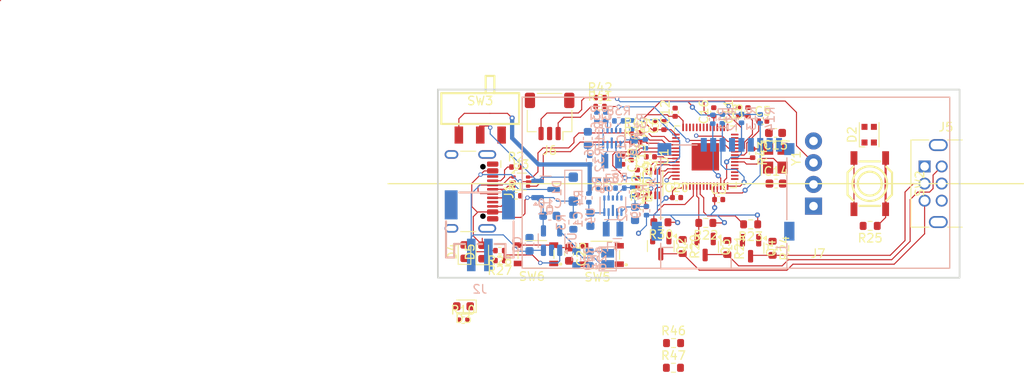
<source format=kicad_pcb>
(kicad_pcb (version 20240108) (generator "pcbnew") (generator_version "8.0")
  (layers (0 "F.Cu" signal) (1 "In1.Cu" signal) (2 "In2.Cu" signal) (31 "B.Cu" signal) (34 "B.Paste" user) (35 "F.Paste" user) (36 "B.SilkS" user "B.Silkscreen") (37 "F.SilkS" user "F.Silkscreen") (38 "B.Mask" user) (39 "F.Mask" user) (44 "Edge.Cuts" user))
  (net 0 "")
  (net 1 "GND")
  (net 2 "Net-(U4-EN)")
  (net 3 "Net-(U4-VOUT)")
  (net 5 "+3V3")
  (net 6 "Net-(U1-XIN)")
  (net 7 "Net-(C15-Pad2)")
  (net 8 "Net-(U6-EN)")
  (net 9 "Net-(U6-VOUT)")
  (net 10 "+1V1")
  (net 11 "/RUN")
  (net 12 "VBUS")
  (net 13 "Net-(D1-K)")
  (net 14 "+BATT")
  (net 15 "Net-(D3-A)")
  (net 16 "Net-(D4-A)")
  (net 17 "Net-(D5-K)")
  (net 19 "/USB_D_RAW_P")
  (net 21 "/USB_D_RAW_N")
  (net 22 "Net-(J1-CC1)")
  (net 23 "Net-(J1-CC2)")
  (net 24 "/SPI_1_MOSI")
  (net 25 "/SPI_1_MISO")
  (net 26 "/SD_DET")
  (net 27 "/SPI_1_CS")
  (net 30 "/SPI_1_SCK")
  (net 32 "/GB_SO")
  (net 33 "/GB_SC")
  (net 35 "/GB_SI")
  (net 36 "/MCU_SWD")
  (net 37 "/MCU_SWCLK")
  (net 38 "/OLED_SDA")
  (net 39 "/OLED_SCL")
  (net 40 "Net-(JP2-B)")
  (net 41 "Net-(JP2-A)")
  (net 42 "Net-(U4-L2)")
  (net 43 "Net-(U4-L1)")
  (net 44 "Net-(U6-L2)")
  (net 45 "Net-(U6-L1)")
  (net 46 "/GB_SCK")
  (net 47 "/GB_MISO")
  (net 48 "/GB_MOSI")
  (net 49 "Net-(U4-MODE)")
  (net 50 "Net-(U4-FB)")
  (net 51 "+5V")
  (net 52 "/PUSH_BTN")
  (net 53 "Net-(U5-STAT)")
  (net 54 "/USB_D_P")
  (net 55 "Net-(U1-USB_DP)")
  (net 56 "Net-(U6-MODE)")
  (net 57 "Net-(U6-FB)")
  (net 58 "Net-(U1-USB_DM)")
  (net 59 "/USB_D_N")
  (net 60 "Net-(U1-SWCLK)")
  (net 61 "Net-(U1-SWD)")
  (net 62 "Net-(U1-XOUT)")
  (net 63 "/~{USB_BOOT}")
  (net 64 "/QSPI_SS")
  (net 65 "/LED0")
  (net 66 "3V3")
  (net 72 "/QSPI_SD2")
  (net 76 "/QSPI_SD3")
  (net 80 "/QSPI_SD0")
  (net 83 "/QSPI_SCLK")
  (net 86 "/QSPI_SD1")
  (net 92 "Net-(SW3-C)")
  (footprint "Capacitor_SMD:C_0603_1608Metric" (layer "F.Cu") (at 55.9975 74.24 180)
    (property "Reference" "C15")
    (property "Value" "27p")
  )
  (footprint "LED_SMD:LED_WS2812B-2020_PLCC4_2.0x2.0mm" (layer "F.Cu") (at 66.95 74.445 90)
    (property "Reference" "D2")
    (property "Value" "WS2812B-2020")
  )
  (footprint "Package_SON:Winbond_USON-8-1EP_3x2mm_P0.5mm_EP0.2x1.6mm" (layer "F.Cu") (at 41.690001 80.11 90)
    (property "Reference" "U2")
    (property "Value" "W25Q32JVSS")
  )
  (footprint "Package_TO_SOT_SMD:SOT-23" (layer "F.Cu") (at 42.58 87.47 -90)
    (property "Reference" "Q2")
    (property "Value" "BSS138")
  )
  (footprint "Gekkio_Connector:GameBoy_LinkPort_MGB_Horizontal" (layer "F.Cu") (at 73.43 78.160001)
    (property "Reference" "J5")
    (property "Value" "GameBoy_LinkPort")
  )
  (footprint "Capacitor_SMD:C_0402_1005Metric" (layer "F.Cu") (at 39.12 76.93 -90)
    (property "Reference" "C13")
    (property "Value" "100n")
  )
  (footprint "mod:SW_SKRPACE010" (layer "F.Cu") (at 27.989849 88.43 180)
    (property "Reference" "SW6")
    (property "Value" "SW_MEC_5E")
  )
  (footprint "Resistor_SMD:R_0402_1005Metric" (layer "F.Cu") (at 19.47 96.13)
    (property "Reference" "R10")
    (property "Value" "1k")
  )
  (footprint "Resistor_SMD:R_0603_1608Metric" (layer "F.Cu") (at 42.5975 84.69 180)
    (property "Reference" "R30")
    (property "Value" "10k")
  )
  (footprint "Resistor_SMD:R_0402_1005Metric" (layer "F.Cu") (at 39.670001 74.24)
    (property "Reference" "R40")
    (property "Value" "27.4")
  )
  (footprint "Resistor_SMD:R_0402_1005Metric" (layer "F.Cu") (at 25.66 81.59)
    (property "Reference" "R1")
    (property "Value" "5.1k")
  )
  (footprint "Connector_USB:USB_C_Receptacle_HCTL_HC-TYPE-C-16P-01A" (layer "F.Cu") (at 19.18 81.08 -90)
    (property "Reference" "J1")
    (property "Value" "USB_C_Receptacle_USB2.0")
  )
  (footprint "Capacitor_SMD:C_0402_1005Metric" (layer "F.Cu") (at 49.35 82.03)
    (property "Reference" "C3")
    (property "Value" "100n")
  )
  (footprint "Resistor_SMD:R_0402_1005Metric" (layer "F.Cu") (at 40.355 82.8325)
    (property "Reference" "R44")
    (property "Value" "1k")
  )
  (footprint "mod:OLED_SSD1306_128x32_0.91" (layer "F.Cu") (at 62.98 85.34 180)
    (property "Reference" "J7")
    (property "Value" "Conn_01x04")
  )
  (footprint "Resistor_SMD:R_0402_1005Metric" (layer "F.Cu") (at 53.3175 76.62 -90)
    (property "Reference" "R43")
    (property "Value" "1k")
  )
  (footprint "Capacitor_SMD:C_0402_1005Metric" (layer "F.Cu") (at 54.5075 72.86)
    (property "Reference" "C5")
    (property "Value" "100n")
  )
  (footprint "Package_TO_SOT_SMD:SOT-23" (layer "F.Cu") (at 53.08 87.72 -90)
    (property "Reference" "Q4")
    (property "Value" "BSS138")
  )
  (footprint "Resistor_SMD:R_0402_1005Metric" (layer "F.Cu") (at 39.670001 75.31)
    (property "Reference" "R31")
    (property "Value" "27.4")
  )
  (footprint "Capacitor_SMD:C_0402_1005Metric" (layer "F.Cu") (at 41.96 73.39 90)
    (property "Reference" "C4")
    (property "Value" "100n")
  )
  (footprint "Resistor_SMD:R_0603_1608Metric" (layer "F.Cu") (at 50.3575 87.635 -90)
    (property "Reference" "R21")
    (property "Value" "10k")
  )
  (footprint "Resistor_SMD:R_0402_1005Metric" (layer "F.Cu") (at 35.48 71.15)
    (property "Reference" "R41")
    (property "Value" "100")
  )
  (footprint "Resistor_SMD:R_0402_1005Metric" (layer "F.Cu") (at 35.48 70.11)
    (property "Reference" "R42")
    (property "Value" "100")
  )
  (footprint "Resistor_SMD:R_0402_1005Metric" (layer "F.Cu") (at 23.76 89.16 180)
    (property "Reference" "R27")
    (property "Value" "1k")
  )
  (footprint "Capacitor_SMD:C_0402_1005Metric" (layer "F.Cu") (at 44.43 81.8)
    (property "Reference" "C20")
    (property "Value" "100n")
  )
  (footprint "Capacitor_SMD:C_0402_1005Metric" (layer "F.Cu") (at 44.26 71.82 90)
    (property "Reference" "C12")
    (property "Value" "100n")
  )
  (footprint "Capacitor_SMD:C_0603_1608Metric" (layer "F.Cu") (at 31.86 88.42 -90)
    (property "Reference" "C25")
    (property "Value" "100n")
  )
  (footprint "Resistor_SMD:R_0603_1608Metric" (layer "F.Cu") (at 44.075 98.809848)
    (property "Reference" "R46")
    (property "Value" "4.7k")
  )
  (footprint "Package_DFN_QFN:QFN-56-1EP_7x7mm_P0.4mm_EP3.2x3.2mm" (layer "F.Cu") (at 47.79 77.03 90)
    (property "Reference" "U1")
    (property "Value" "RP2040")
  )
  (footprint "Capacitor_SMD:C_0603_1608Metric" (layer "F.Cu") (at 56.0625 80.16)
    (property "Reference" "C14")
    (property "Value" "27p")
  )
  (footprint "Crystal:Crystal_SMD_3225-4Pin_3.2x2.5mm" (layer "F.Cu") (at 55.9775 77.19 -90)
    (property "Reference" "Y1")
    (property "Value" "12MHZ")
  )
  (footprint "Package_TO_SOT_SMD:SOT-23" (layer "F.Cu") (at 47.7675 87.5775 -90)
    (property "Reference" "Q3")
    (property "Value" "BSS138")
  )
  (footprint "Capacitor_SMD:C_0402_1005Metric" (layer "F.Cu") (at 41.37 77.029999 180)
    (property "Reference" "C7")
    (property "Value" "100n")
  )
  (footprint "Package_TO_SOT_SMD:SOT-666" (layer "F.Cu") (at 26.21 79.9325)
    (property "Reference" "U3")
    (property "Value" "USBLC6-2P6")
  )
  (footprint "Resistor_SMD:R_0402_1005Metric" (layer "F.Cu") (at 25.64 78.23)
    (property "Reference" "R2")
    (property "Value" "5.1k")
  )
  (footprint "LED_SMD:LED_0603_1608Metric" (layer "F.Cu") (at 21.71 88.16 90)
    (property "Reference" "D5")
    (property "Value" "LED")
  )
  (footprint "Resistor_SMD:R_0603_1608Metric" (layer "F.Cu") (at 45.14 87.52 -90)
    (property "Reference" "R20")
    (property "Value" "10k")
  )
  (footprint "Capacitor_SMD:C_0402_1005Metric" (layer "F.Cu") (at 39.835 79.0525 -90)
    (property "Reference" "C29")
    (property "Value" "100n")
  )
  (footprint "Resistor_SMD:R_0603_1608Metric" (layer "F.Cu") (at 53.09 84.927501 180)
    (property "Reference" "R23")
    (property "Value" "10k")
  )
  (footprint "Connector_JST:JST_SH_SM03B-SRSS-TB_1x03-1MP_P1.00mm_Horizontal" (layer "F.Cu") (at 29.58 72.31 180)
    (property "Reference" "J6")
    (property "Value" "Conn_01x03_MountingPin")
  )
  (footprint "Resistor_SMD:R_0402_1005Metric" (layer "F.Cu") (at 39.83 80.97 -90)
    (property "Reference" "R45")
    (property "Value" "DNI")
  )
  (footprint "Bongo-Cat-Fidget-Toy:SW-SMD_SK-3245S-L1-A-1" (layer "F.Cu") (at 21.47 74.4875)
    (property "Reference" "SW3")
    (property "Value" "SW_SPDT_321")
  )
  (footprint "Resistor_SMD:R_0603_1608Metric" (layer "F.Cu") (at 55.65 87.727501 -90)
    (property "Reference" "R24")
    (property "Value" "10k")
  )
  (footprint "Capacitor_SMD:C_0402_1005Metric" (layer "F.Cu") (at 48.78 71.77 90)
    (property "Reference" "C16")
    (property "Value" "100n")
  )
  (footprint "LED_SMD:LED_0603_1608Metric" (layer "F.Cu") (at 19.63 88.12 90)
    (property "Reference" "D4")
    (property "Value" "LED")
  )
  (footprint "Capacitor_SMD:C_0402_1005Metric" (layer "F.Cu") (at 42.95 73.38 90)
    (property "Reference" "C6")
    (property "Value" "1u")
  )
  (footprint "Capacitor_SMD:C_0402_1005Metric" (layer "F.Cu") (at 52.777501 71.76 90)
    (property "Reference" "C8")
    (property "Value" "100n")
  )
  (footprint "yet-another-pico-gb-printer:SW-SMD_4P-L5.2-W5.2-P3.70-LS6.4" (layer "F.Cu") (at 67.02 80.17 -90)
    (property "Reference" "SW2")
    (property "Value" "SW_MEC_5E")
  )
  (footprint "mod:SW_SKRPACE010" (layer "F.Cu") (at 35.66 88.51 180)
    (property "Reference" "SW5")
    (property "Value" "SW_MEC_5E")
  )
  (footprint "Resistor_SMD:R_0402_1005Metric" (layer "F.Cu") (at 23.76 88 180)
    (property "Reference" "R28")
    (property "Value" "1k")
  )
  (footprint "Resistor_SMD:R_0603_1608Metric" (layer "F.Cu") (at 44.06 101.699848)
    (property "Reference" "R47")
    (property "Value" "4.7k")
  )
  (footprint "Capacitor_SMD:C_0402_1005Metric" (layer "F.Cu") (at 38.12 77.43 -90)
    (property "Reference" "C19")
    (property "Value" "1u")
  )
  (footprint "LED_SMD:LED_0603_1608Metric" (layer "F.Cu") (at 19.51 94.51 180)
    (property "Reference" "D3")
    (property "Value" "LED")
  )
  (footprint "Capacitor_SMD:C_0402_1005Metric" (layer "F.Cu") (at 51.6675 71.76 90)
    (property "Reference" "C11")
    (property "Value" "1u")
  )
  (footprint "Resistor_SMD:R_0603_1608Metric" (layer "F.Cu") (at 67.065 85.11 180)
    (property "Reference" "R25")
    (property "Value" "10k")
  )
  (footprint "Resistor_SMD:R_0603_1608Metric" (layer "F.Cu") (at 47.8475 84.765 180)
    (property "Reference" "R22")
    (property "Value" "10k")
  )
  (footprint "Capacitor_SMD:C_0603_1608Metric" (layer "B.Cu") (at 27.2325 87.27 -90)
    (property "Reference" "C9")
    (property "Value" "10u")
  )
  (footprint "mod:VREG_TPS63802DLAR" (layer "B.Cu") (at 36.98 82.75 -90)
    (property "Reference" "U4")
    (property "Value" "TPS63802DLAR")
  )
  (footprint "Resistor_SMD:R_0402_1005Metric" (layer "B.Cu") (at 37.670002 72.835 180)
    (property "Reference" "R38")
    (property "Value" "91k")
  )
  (footprint "Resistor_SMD:R_0603_1608Metric" (layer "B.Cu") (at 32.71 88.915 90)
    (property "Reference" "R29")
    (property "Value" "10k")
  )
  (footprint "Resistor_SMD:R_0402_1005Metric" (layer "B.Cu") (at 37.800001 80.69 180)
    (property "Reference" "R8")
    (property "Value" "91k")
  )
  (footprint "Package_TO_SOT_SMD:SOT-23-5" (layer "B.Cu") (at 29.8125 86.83 90)
    (property "Reference" "U5")
    (property "Value" "MCP73831-2-OT")
  )
  (footprint "Resistor_SMD:R_0402_1005Metric" (layer "B.Cu") (at 39.29 81.14 90)
    (property "Reference" "R7")
    (property "Value" "511k")
  )
  (footprint "Resistor_SMD:R_0402_1005Metric" (layer "B.Cu") (at 36.300002 80.23 -90)
    (property "Reference" "R6")
    (property "Value" "0")
  )
  (footprint "Resistor_SMD:R_0402_1005Metric" (layer "B.Cu") (at 40.790002 75.52 -90)
    (property "Reference" "R39")
    (property "Value" "0")
  )
  (footprint "Resistor_SMD:R_0402_1005Metric" (layer "B.Cu") (at 48.66 72.64 90)
    (property "Reference" "R11")
    (property "Value" "1k")
  )
  (footprint "Resistor_SMD:R_0603_1608Metric" (layer "B.Cu") (at 32.36 84.68 -90)
    (property "Reference" "R3")
    (property "Value" "10k")
  )
  (footprint "Resistor_SMD:R_0402_1005Metric" (layer "B.Cu") (at 40.91 83.34 -90)
    (property "Reference" "R9")
    (property "Value" "0")
  )
  (footprint "mod:CONN-SMD_P2.00_S2B-PH-SM4-TB-LF-SN" (layer "B.Cu") (at 21.42 85.58)
    (property "Reference" "J2")
    (property "Value" "Conn_01x02_Shielded")
  )
  (footprint "Package_TO_SOT_SMD:SOT-23" (layer "B.Cu") (at 29.112499 80.85)
    (property "Reference" "Q1")
    (property "Value" "DMG3415U")
  )
  (footprint "Resistor_SMD:R_0402_1005Metric" (layer "B.Cu") (at 35.270002 80.23 90)
    (property "Reference" "R5")
    (property "Value" "0")
  )
  (footprint "Resistor_SMD:R_0402_1005Metric" (layer "B.Cu") (at 39.180002 73.295 90)
    (property "Reference" "R37")
    (property "Value" "806k")
  )
  (footprint "Resistor_SMD:R_0402_1005Metric" (layer "B.Cu") (at 34.17 81.83 -90)
    (property "Reference" "R4")
    (property "Value" "0")
  )
  (footprint "Inductor_SMD_Wurth:L_Wurth_WE-LQSH-2010" (layer "B.Cu") (at 37.000001 85.49)
    (property "Reference" "L1")
    (property "Value" "0.47uH")
  )
  (footprint "Diode_SMD:D_SOD-123F" (layer "B.Cu") (at 32.35 80.8125 -90)
    (property "Reference" "D1")
    (property "Value" "D_Schottky")
  )
  (footprint "Capacitor_SMD:C_0603_1608Metric" (layer "B.Cu") (at 29.6025 83.93 180)
    (property "Reference" "C10")
    (property "Value" "10u")
  )
  (footprint "Resistor_SMD:R_0402_1005Metric" (layer "B.Cu") (at 54.21 72.59 90)
    (property "Reference" "R14")
    (property "Value" "1k")
  )
  (footprint "Resistor_SMD:R_0402_1005Metric" (layer "B.Cu") (at 34.270002 77.42 90)
    (property "Reference" "R32")
    (property "Value" "0")
  )
  (footprint "Resistor_SMD:R_0603_1608Metric" (layer "B.Cu") (at 34.260001 88.915 90)
    (property "Reference" "R26")
    (property "Value" "2.5k")
  )
  (footprint "Capacitor_SMD:C_0603_1608Metric" (layer "B.Cu") (at 39.57 83.675 -90)
    (property "Reference" "C2")
    (property "Value" "22u")
  )
  (footprint "Inductor_SMD_Wurth:L_Wurth_WE-LQSH-2010" (layer "B.Cu") (at 36.840002 77.535)
    (property "Reference" "L2")
    (property "Value" "0.47uH")
  )
  (footprint "Resistor_SMD:R_0402_1005Metric" (layer "B.Cu") (at 35.110002 72.354999 90)
    (property "Reference" "R35")
    (property "Value" "0")
  )
  (footprint "Capacitor_SMD:C_0603_1608Metric" (layer "B.Cu") (at 34.35 84.355 -90)
    (property "Reference" "C1")
    (property "Value" "10u")
  )
  (footprint "mod:J_sd_micro_socket_no_holes" (layer "B.Cu") (at 50.825032 82.651855)
    (property "Reference" "J3")
    (property "Value" "Micro_SD_Card_Det1" (hide yes))
  )
  (footprint "Jumper:SolderJumper-2_P1.3mm_Open_Pad1.0x1.5mm" (layer "B.Cu") (at 36.370001 88.965002 -90)
    (property "Reference" "JP2")
    (property "Value" "SolderJumper_2_Open")
  )
  (footprint "Resistor_SMD:R_0402_1005Metric" (layer "B.Cu") (at 36.150002 72.354999 -90)
    (property "Reference" "R36")
    (property "Value" "0")
  )
  (footprint "Capacitor_SMD:C_0603_1608Metric" (layer "B.Cu") (at 34.050002 74.88 90)
    (property "Reference" "C17")
    (property "Value" "10u")
  )
  (footprint "mod:VREG_TPS63802DLAR" (layer "B.Cu") (at 36.850002 74.865 -90)
    (property "Reference" "U6")
    (property "Value" "TPS63802DLAR")
  )
  (footprint "Resistor_SMD:R_0402_1005Metric" (layer "B.Cu") (at 52.02 72.54 90)
    (property "Reference" "R13")
    (property "Value" "1k")
  )
  (footprint "Capacitor_SMD:C_0603_1608Metric" (layer "B.Cu") (at 39.440002 75.825 -90)
    (property "Reference" "C18")
    (property "Value" "22u")
  )
  (footprint "Resistor_SMD:R_0402_1005Metric" (layer "B.Cu") (at 49.78 72.61 90)
    (property "Reference" "R12")
    (property "Value" "1k")
  )
  (gr_rect (start 26.37 70.06) (end 76.37 90.06) (stroke (width 0.15)) (fill none) (layer "B.SilkS"))
  (gr_line (start 84.99 80.17) (end 10.69 80.17) (stroke (width 0.15)) (layer "F.SilkS"))
  (gr_rect (start 16.52 69.17) (end 77.52 91.17) (stroke (width 0.2)) (fill none) (layer "Edge.Cuts"))
  (segment (start 35.98 81.85) (end 35.98 83.5) (width 0.127) (layer "B.Cu") (net 2))
  (segment (start 34.17 83.4) (end 34.35 83.58) (width 0.127) (layer "B.Cu") (net 2))
  (segment (start 34.35 83.585) (end 35.895 83.585) (width 0.127) (layer "B.Cu") (net 2))
  (segment (start 35.895 83.585) (end 35.98 83.5) (width 0.127) (layer "B.Cu") (net 2))
  (segment (start 34.17 82.339999) (end 34.17 83.4) (width 0.127) (layer "B.Cu") (net 2))
  (segment (start 40.930001 82.809999) (end 41.03 82.71) (width 0.127) (layer "B.Cu") (net 3))
  (segment (start 39.570001 82.9) (end 38.58 82.900001) (width 0.127) (layer "B.Cu") (net 3))
  (segment (start 39.625 82.845001) (end 39.570001 82.9) (width 0.127) (layer "B.Cu") (net 3))
  (segment (start 41.11 82.845) (end 39.625 82.845001) (width 0.127) (layer "B.Cu") (net 3))
  (segment (start 39.57 81.929999) (end 39.29 81.649999) (width 0.127) (layer "B.Cu") (net 3))
  (segment (start 39.570001 82.9) (end 39.57 81.929999) (width 0.127) (layer "B.Cu") (net 3))
  (segment (start 40.92 82.809999) (end 40.930001 82.809999) (width 0.127) (layer "B.Cu") (net 3))
  (segment (start 38.58 82.900001) (end 37.98 83.500001) (width 0.127) (layer "B.Cu") (net 3))
  (segment (start 44.52 84.69) (end 44.55 84.72) (width 0.127) (layer "F.Cu") (net 5))
  (segment (start 48.13 72.25) (end 48.78 72.25) (width 0.127) (layer "F.Cu") (net 5))
  (segment (start 48.78 72.25) (end 48.78 73.5825) (width 0.127) (layer "F.Cu") (net 5))
  (segment (start 40.33 76.46) (end 42.33 76.46) (width 0.127) (layer "F.Cu") (net 5))
  (segment (start 38.12 76.95) (end 37.62 76.45) (width 0.127) (layer "F.Cu") (net 5))
  (segment (start 54.0275 74.03) (end 54.0275 72.86) (width 0.127) (layer "F.Cu") (net 5))
  (segment (start 38.1305 76.9395) (end 39.8505 76.9395) (width 0.127) (layer "F.Cu") (net 5))
  (segment (start 48.88 82.04) (end 48.87 82.03) (width 0.127) (layer "F.Cu") (net 5))
  (segment (start 39.12 76.45) (end 37.4 76.45) (width 0.127) (layer "F.Cu") (net 5))
  (segment (start 58.45 71.84) (end 58.45 75.73) (width 0.127) (layer "F.Cu") (net 5))
  (segment (start 48.88 82.98) (end 48.88 82.04) (width 0.127) (layer "F.Cu") (net 5))
  (segment (start 48.87 82.03) (end 48.87 81.45) (width 0.127) (layer "F.Cu") (net 5))
  (segment (start 40.99 72.11) (end 43.33 72.11) (width 0.127) (layer "F.Cu") (net 5))
  (segment (start 43.33 72.11) (end 43.52 72.3) (width 0.127) (layer "F.Cu") (net 5))
  (segment (start 52.6275 75.43) (end 53.5925 74.465) (width 0.127) (layer "F.Cu") (net 5))
  (segment (start 52.3175 76.830001) (end 52.627501 76.52) (width 0.127) (layer "F.Cu") (net 5))
  (segment (start 53.5925 74.465) (end 54.0275 74.03) (width 0.127) (layer "F.Cu") (net 5))
  (segment (start 44.3525 74.830001) (end 44.3525 74.43) (width 0.127) (layer "F.Cu") (net 5))
  (segment (start 39.8505 76.9395) (end 40.33 76.46) (width 0.127) (layer "F.Cu") (net 5))
  (segment (start 43.240001 76.83) (end 43.33 76.83) (width 0.127) (layer "F.Cu") (net 5))
  (segment (start 38.12 76.95) (end 38.1305 76.9395) (width 0.127) (layer "F.Cu") (net 5))
  (segment (start 46.28 71.12) (end 45.67 70.51) (width 0.127) (layer "F.Cu") (net 5))
  (segment (start 40.935 72.165) (end 40.99 72.11) (width 0.127) (layer "F.Cu") (net 5))
  (segment (start 42.95 73.86) (end 41.97 73.86) (width 0.127) (layer "F.Cu") (net 5))
  (segment (start 36.97 78.06) (end 36.97 76.79) (width 0.127) (layer "F.Cu") (net 5))
  (segment (start -34.62 58.77) (end -34.62 58.76) (width 0.127) (layer "F.Cu") (net 5))
  (segment (start 52.627501 76.52) (end 52.6275 75.43) (width 0.127) (layer "F.Cu") (net 5))
  (segment (start 44.68 72.3) (end 45.19 72.81) (width 0.127) (layer "F.Cu") (net 5))
  (segment (start 43.33 76.83) (end 44.3525 76.83) (width 0.127) (layer "F.Cu") (net 5))
  (segment (start 40.99 72.11) (end 41 72.11) (width 0.127) (layer "F.Cu") (net 5))
  (segment (start 42.59 76.72) (end 42.899211 76.72) (width 0.127) (layer "F.Cu") (net 5))
  (segment (start 41 72.11) (end 42.6 70.51) (width 0.127) (layer "F.Cu") (net 5))
  (segment (start 44.26 72.3) (end 44.68 72.3) (width 0.127) (layer "F.Cu") (net 5))
  (segment (start 40.4 72.7) (end 40.935 72.165) (width 0.127) (layer "F.Cu") (net 5))
  (segment (start 38.4 79.49) (end 36.97 78.06) (width 0.127) (layer "F.Cu") (net 5))
  (segment (start 46.28 71.23) (end 46.28 71.12) (width 0.127) (layer "F.Cu") (net 5))
  (segment (start 48.81 81.27) (end 48.79 81.25) (width 0.127) (layer "F.Cu") (net 5))
  (segment (start 43.89 81.86) (end 43.95 81.8) (width 0.127) (layer "F.Cu") (net 5))
  (segment (start 43.95 81.04) (end 44.29 80.7) (width 0.127) (layer "F.Cu") (net 5))
  (segment (start 37.62 76.45) (end 37.4 76.45) (width 0.127) (layer "F.Cu") (net 5))
  (segment (start 40.870001 78.7525) (end 40.94 78.822499) (width 0.127) (layer "F.Cu") (net 5))
  (segment (start 39.76 76.45) (end 40.19 76.02) (width 0.127) (layer "F.Cu") (net 5))
  (segment (start 42.33 76.46) (end 42.59 76.72) (width 0.127) (layer "F.Cu") (net 5))
  (segment (start 43.2 81.86) (end 43.89 81.86) (width 0.127) (layer "F.Cu") (net 5))
  (segment (start 48.81 81.39) (end 48.81 81.27) (width 0.127) (layer "F.Cu") (net 5))
  (segment (start 43.52 72.3) (end 44.26 72.3) (width 0.127) (layer "F.Cu") (net 5))
  (segment (start 43.39 73.85) (end 43.380001 73.86) (width 0.127) (layer "F.Cu") (net 5))
  (segment (start 53.915 84.927501) (end 53.915 83.875) (width 0.127) (layer "F.Cu") (net 5))
  (segment (start 51.2275 76.83) (end 52.3175 76.830001) (width 0.127) (layer "F.Cu") (net 5))
  (segment (start 43.009211 76.83) (end 43.33 76.83) (width 0.127) (layer "F.Cu") (net 5))
  (segment (start 39.12 76.45) (end 39.76 76.45) (width 0.127) (layer "F.Cu") (net 5))
  (segment (start 37.31 76.45) (end 37.4 76.45) (width 0.127) (layer "F.Cu") (net 5))
  (segment (start 57.12 70.51) (end 58.45 71.84) (width 0.127) (layer "F.Cu") (net 5))
  (segment (start 45.67 70.51) (end 47.64 70.51) (width 0.127) (layer "F.Cu") (net 5))
  (segment (start 53.915 83.875) (end 53.88 83.84) (width 0.127) (layer "F.Cu") (net 5))
  (segment (start 36.97 76.79) (end 37.31 76.45) (width 0.127) (layer "F.Cu") (net 5))
  (segment (start 48.78 73.5825) (end 48.79 73.5925) (width 0.127) (layer "F.Cu") (net 5))
  (segment (start 45.26 70.51) (end 45.67 70.51) (width 0.127) (layer "F.Cu") (net 5))
  (segment (start 40.4 72.7) (end 41.57 73.87) (width 0.127) (layer "F.Cu") (net 5))
  (segment (start 44.3525 74.43) (end 43.7725 73.85) (width 0.127) (layer "F.Cu") (net 5))
  (segment (start 42.899211 76.72) (end 43.009211 76.83) (width 0.127) (layer "F.Cu") (net 5))
  (segment (start 45.19 72.81) (end 45.19 73.5925) (width 0.127) (layer "F.Cu") (net 5))
  (segment (start 48.79 81.25) (end 48.79 80.4675) (width 0.127) (layer "F.Cu") (net 5))
  (segment (start 49.975 84.765) (end 50.02 84.72) (width 0.127) (layer "F.Cu") (net 5))
  (segment (start 43.7725 73.85) (end 43.39 73.85) (width 0.127) (layer "F.Cu") (net 5))
  (segment (start 42.36 76.02) (end 42.769999 76.429999) (width 0.127) (layer "F.Cu") (net 5))
  (segment (start 43.380001 73.86) (end 42.95 73.86) (width 0.127) (layer "F.Cu") (net 5))
  (segment (start 42.6 70.51) (end 45.26 70.51) (width 0.127) (layer "F.Cu") (net 5))
  (segment (start 41.97 73.86) (end 41.96 73.87) (width 0.127) (layer "F.Cu") (net 5))
  (segment (start 48.6725 84.765) (end 49.975 84.765) (width 0.127) (layer "F.Cu") (net 5))
  (segment (start 40.19 76.02) (end 42.36 76.02) (width 0.127) (layer "F.Cu") (net 5))
  (segment (start 48.87 81.45) (end 48.81 81.39) (width 0.127) (layer "F.Cu") (net 5))
  (segment (start 41.57 73.87) (end 41.96 73.87) (width 0.127) (layer "F.Cu") (net 5))
  (segment (start 47.64 70.51) (end 47.64 71.76) (width 0.127) (layer "F.Cu") (net 5))
  (segment (start 43.4225 84.69) (end 44.52 84.69) (width 0.127) (layer "F.Cu") (net 5))
  (segment (start 43.95 81.8) (end 43.95 81.04) (width 0.127) (layer "F.Cu") (net 5))
  (segment (start 47.64 70.51) (end 57.12 70.51) (width 0.127) (layer "F.Cu") (net 5))
  (segment (start 58.45 75.73) (end 60.44 77.72) (width 0.127) (layer "F.Cu") (net 5))
  (segment (start 42.769999 76.429999) (end 44.3525 76.429999) (width 0.127) (layer "F.Cu") (net 5))
  (segment (start 44.9575 80.7) (end 45.19 80.4675) (width 0.127) (layer "F.Cu") (net 5))
  (segment (start 44.29 80.7) (end 44.9575 80.7) (width 0.127) (layer "F.Cu") (net 5))
  (segment (start 53.5925 74.465) (end 53.6375 74.42) (width 0.127) (layer "F.Cu") (net 5))
  (segment (start 47.64 71.76) (end 48.13 72.25) (width 0.127) (layer "F.Cu") (net 5))
  (via (at 53.88 83.84) (size 0.6) (drill 0.3) (layers "F.Cu" "B.Cu") (net 5))
  (via (at 50.02 84.72) (size 0.6) (drill 0.3) (layers "F.Cu" "B.Cu") (net 5))
  (via (at 44.55 84.72) (size 0.6) (drill 0.3) (layers "F.Cu" "B.Cu") (net 5))
  (via (at 43.2 81.86) (size 0.6) (drill 0.3) (layers "F.Cu" "B.Cu") (net 5))
  (via (at 46.28 71.23) (size 0.6) (drill 0.3) (layers "F.Cu" "B.Cu") (net 5))
  (via (at 38.4 79.49) (size 0.6) (drill 0.3) (layers "F.Cu" "B.Cu") (net 5))
  (via (at 39.98 85.97) (size 0.6) (drill 0.3) (layers "F.Cu" "B.Cu") (net 5))
  (via (at 40.4 72.7) (size 0.6) (drill 0.3) (layers "F.Cu" "B.Cu") (net 5))
  (via (at 48.88 82.98) (size 0.6) (drill 0.3) (layers "F.Cu" "B.Cu") (net 5))
  (segment (start 42.19 78.54) (end 43.04 77.69) (width 0.127) (layer "B.Cu") (net 5))
  (segment (start 49.78 72.100001) (end 48.69 72.100001) (width 0.127) (layer "B.Cu") (net 5))
  (segment (start 42.19 82.73) (end 42.19 80.39) (width 0.127) (layer "B.Cu") (net 5))
  (segment (start 48.69 72.100001) (end 48.66 72.130001) (width 0.127) (layer "B.Cu") (net 5))
  (segment (start 52.07 72.080001) (end 52.02 72.030001) (width 0.127) (layer "B.Cu") (net 5))
  (segment (start 41.85 83.84) (end 43.67 83.84) (width 0.127) (layer "B.Cu") (net 5))
  (segment (start 41.81 83.8) (end 41.85 83.84) (width 0.127) (layer "B.Cu") (net 5))
  (segment (start 42.19 80.39) (end 42.19 78.54) (width 0.127) (layer "B.Cu") (net 5))
  (segment (start 43.04 77.69) (end 44.17 77.69) (width 0.127) (layer "B.Cu") (net 5))
  (segment (start 43.67 83.84) (end 44.55 84.72) (width 0.127) (layer "B.Cu") (net 5))
  (segment (start 42.35 72.7) (end 40.4 72.7) (width 0.127) (layer "B.Cu") (net 5))
  (segment (start 48.88 83.3395) (end 48.88 82.98) (width 0.127) (layer "B.Cu") (net 5))
  (segment (start 42.19 83.42) (end 42.19 82.73) (width 0.127) (layer "B.Cu") (net 5))
  (segment (start 44.79 77.07) (end 44.79 75.14) (width 0.127) (layer "B.Cu") (net 5))
  (segment (start 54.21 72.080001) (end 52.07 72.080001) (width 0.127) (layer "B.Cu") (net 5))
  (segment (start 48.3795 83.84) (end 48.88 83.3395) (width 0.127) (layer "B.Cu") (net 5))
  (segment (start 49.14 83.84) (end 53.88 83.84) (width 0.127) (layer "B.Cu") (net 5))
  (segment (start 44.17 77.69) (end 44.79 77.07) (width 0.127) (layer "B.Cu") (net 5))
  (segment (start 41.760001 83.849999) (end 41.81 83.8) (width 0.127) (layer "B.Cu") (net 5))
  (segment (start 49.14 83.84) (end 50.02 84.72) (width 0.127) (layer "B.Cu") (net 5))
  (segment (start 42.33 82.73) (end 43.2 81.86) (width 0.127) (layer "B.Cu") (net 5))
  (segment (start 40.91 85.04) (end 39.98 85.97) (width 0.127) (layer "B.Cu") (net 5))
  (segment (start 48.3795 83.84) (end 49.14 83.84) (width 0.127) (layer "B.Cu") (net 5))
  (segment (start 42.19 80.39) (end 41.93 80.13) (width 0.127) (layer "B.Cu") (net 5))
  (segment (start 41.29 79.49) (end 38.4 79.49) (width 0.127) (layer "B.Cu") (net 5))
  (segment (start 44.79 75.14) (end 43.56 73.91) (width 0.127) (layer "B.Cu") (net 5))
  (segment (start 48.66 72.130001) (end 47.180001 72.130001) (width 0.127) (layer "B.Cu") (net 5))
  (segment (start 40.91 83.849999) (end 41.760001 83.849999) (width 0.127) (layer "B.Cu") (net 5))
  (segment (start 52.02 72.030001) (end 49.85 72.030001) (width 0.127) (layer "B.Cu") (net 5))
  (segment (start 41.81 83.8) (end 42.19 83.42) (width 0.127) (layer "B.Cu") (net 5))
  (segment (start 43.56 73.91) (end 42.35 72.7) (width 0.127) (layer "B.Cu") (net 5))
  (segment (start 42.19 82.73) (end 42.33 82.73) (width 0.127) (layer "B.Cu") (net 5))
  (segment (start 41.93 80.13) (end 41.29 79.49) (width 0.127) (layer "B.Cu") (net 5))
  (segment (start 47.180001 72.130001) (end 46.28 71.23) (width 0.127) (layer "B.Cu") (net 5))
  (segment (start 49.85 72.030001) (end 49.78 72.100001) (width 0.127) (layer "B.Cu") (net 5))
  (segment (start 43.67 83.84) (end 48.3795 83.84) (width 0.127) (layer "B.Cu") (net 5))
  (segment (start 40.91 83.849999) (end 40.91 85.04) (width 0.127) (layer "B.Cu") (net 5))
  (segment (start 54.4775 77.22) (end 55.7575 77.22) (width 0.127) (layer "F.Cu") (net 6))
  (segment (start 52.5975 77.88) (end 53.8175 77.88) (width 0.127) (layer "F.Cu") (net 6))
  (segment (start 51.2275 77.630001) (end 52.347501 77.630001) (width 0.127) (layer "F.Cu") (net 6))
  (segment (start 53.8175 77.88) (end 54.4775 77.22) (width 0.127) (layer "F.Cu") (net 6))
  (segment (start 55.7575 77.22) (end 56.8275 78.29) (width 0.127) (layer "F.Cu") (net 6))
  (segment (start 52.347501 77.630001) (end 52.5975 77.88) (width 0.127) (layer "F.Cu") (net 6))
  (segment (start 55.107499 76.110001) (end 55.127501 76.09) (width 0.127) (layer "F.Cu") (net 7))
  (segment (start 53.3175 76.110001) (end 55.107499 76.110001) (width 0.127) (layer "F.Cu") (net 7))
  (segment (start 35.850002 75.615) (end 34.285002 75.615) (width 0.127) (layer "B.Cu") (net 8))
  (segment (start 34.050002 75.655) (end 34.050002 76.690001) (width 0.127) (layer "B.Cu") (net 8))
  (segment (start 34.285002 75.615) (end 34.220002 75.68) (width 0.127) (layer "B.Cu") (net 8))
  (segment (start 34.050002 76.690001) (end 34.270002 76.910001) (width 0.127) (layer "B.Cu") (net 8))
  (segment (start 35.850002 75.615) (end 35.850002 73.965) (width 0.127) (layer "B.Cu") (net 8))
  (segment (start 39.440002 75.05) (end 38.415002 75.05) (width 0.127) (layer "B.Cu") (net 9))
  (segment (start 41.000001 75) (end 39.490002 75) (width 0.127) (layer "B.Cu") (net 9))
  (segment (start 38.415002 75.05) (end 37.850002 75.615001) (width 0.127) (layer "B.Cu") (net 9))
  (segment (start 39.490002 75) (end 39.440002 75.05) (width 0.127) (layer "B.Cu") (net 9))
  (segment (start 53.2975 72.759999) (end 53.2975 74.40079) (width 0.127) (layer "F.Cu") (net 10))
  (segment (start 51.987501 76.429999) (end 51.2275 76.429999) (width 0.127) (layer "F.Cu") (net 10))
  (segment (start 52.777501 72.24) (end 53.2975 72.759999) (width 0.127) (layer "F.Cu") (net 10))
  (segment (start 41.85 77.03) (end 42.850001 77.03) (width 0.127) (layer "F.Cu") (net 10))
  (segment (start 42.97 74.65) (end 41.52 74.65) (width 0.127) (layer "F.Cu") (net 10))
  (segment (start 52.3735 75.324789) (end 52.3735 76.044) (width 0.127) (layer "F.Cu") (net 10))
  (segment (start 44.3525 75.23) (end 43.55 75.23) (width 0.127) (layer "F.Cu") (net 10))
  (segment (start 42.850001 77.03) (end 43.03 77.21) (width 0.127) (layer "F.Cu") (net 10))
  (segment (start 43.55 75.23) (end 42.97 74.65) (width 0.127) (layer "F.Cu") (net 10))
  (segment (start 41.52 74.65) (end 41.19 74.32) (width 0.127) (layer "F.Cu") (net 10))
  (segment (start 53.2975 74.40079) (end 52.3735 75.324789) (width 0.127) (layer "F.Cu") (net 10))
  (segment (start 43.03 77.21) (end 43.1 77.21) (width 0.127) (layer "F.Cu") (net 10))
  (segment (start 51.6675 72.24) (end 52.777501 72.24) (width 0.127) (layer "F.Cu") (net 10))
  (segment (start 43.1 77.21) (end 43.12 77.23) (width 0.127) (layer "F.Cu") (net 10))
  (segment (start 52.3735 76.044) (end 51.987501 76.429999) (width 0.127) (layer "F.Cu") (net 10))
  (segment (start 43.12 77.23) (end 44.3525 77.23) (width 0.127) (layer "F.Cu") (net 10))
  (segment (start 30.064849 87.355) (end 25.914849 87.355) (width 0.127) (layer "F.Cu") (net 11))
  (segment (start 31.86 87.645) (end 30.354849 87.645) (width 0.127) (layer "F.Cu") (net 11))
  (segment (start 49.79 74.62) (end 50.4 75.23) (width 0.127) (layer "F.Cu") (net 11))
  (segment (start 46.72 74.56) (end 46.78 74.62) (width 0.127) (layer "F.Cu") (net 11))
  (segment (start 50.4 75.23) (end 51.2275 75.23) (width 0.127) (layer "F.Cu") (net 11))
  (segment (start 46.78 74.62) (end 49.79 74.62) (width 0.127) (layer "F.Cu") (net 11))
  (segment (start 30.354849 87.645) (end 30.064849 87.355) (width 0.127) (layer "F.Cu") (net 11))
  (via (at 46.72 74.56) (size 0.5) (drill 0.3) (layers "F.Cu" "B.Cu") (net 11))
  (segment (start 24.89 84.12) (end 24.25 83.48) (width 0.127) (layer "F.Cu") (net 12))
  (segment (start 26.251 84.12) (end 24.89 84.12) (width 0.127) (layer "F.Cu") (net 12))
  (segment (start 26.6995 82.1005) (end 26.6995 83.6715) (width 0.127) (layer "F.Cu") (net 12))
  (segment (start 21.94 78.68) (end 22.925 78.68) (width 0.127) (layer "F.Cu") (net 12))
  (segment (start 21.84 87.47) (end 20.66 86.29) (width 0.127) (layer "F.Cu") (net 12))
  (segment (start 24.25 83.48) (end 22.925 83.48) (width 0.127) (layer "F.Cu") (net 12))
  (segment (start 21.51 79.11) (end 20.48 80.14) (width 0.127) (layer "F.Cu") (net 12))
  (segment (start 26.1425 79.9325) (end 26.12 79.91) (width 0.127) (layer "F.Cu") (net 12))
  (segment (start 20.48 82.85) (end 21.11 83.48) (width 0.127) (layer "F.Cu") (net 12))
  (segment (start 20.66 84.03) (end 21.21 83.48) (width 0.127) (layer "F.Cu") (net 12))
  (segment (start 26.6995 83.6715) (end 26.251 84.12) (width 0.127) (layer "F.Cu") (net 12))
  (segment (start 20.66 86.29) (end 20.66 84.03) (width 0.127) (layer "F.Cu") (net 12))
  (segment (start 26.99 81.81) (end 26.6995 82.1005) (width 0.127) (layer "F.Cu") (net 12))
  (segment (start 20.48 80.14) (end 20.48 82.85) (width 0.127) (layer "F.Cu") (net 12))
  (segment (start 21.51 79.11) (end 21.94 78.68) (width 0.127) (layer "F.Cu") (net 12))
  (segment (start 21.21 83.48) (end 22.925 83.48) (width 0.127) (layer "F.Cu") (net 12))
  (segment (start 21.71 87.372499) (end 21.71 86.56) (width 0.127) (layer "F.Cu") (net 12))
  (segment (start 27.135 79.9325) (end 26.1425 79.9325) (width 0.127) (layer "F.Cu") (net 12))
  (via (at 26.99 81.81) (size 0.5) (drill 0.3) (layers "F.Cu" "B.Cu") (net 12))
  (via (at 21.51 79.11) (size 0.5) (drill 0.3) (layers "F.Cu" "B.Cu") (net 12))
  (via (at 26.12 79.91) (size 0.5) (drill 0.3) (layers "F.Cu" "B.Cu") (net 12))
  (segment (start 30.03 81.8) (end 30.442499 82.212499) (width 0.127) (layer "B.Cu") (net 12))
  (segment (start 30.442499 82.212499) (end 32.35 82.212499) (width 0.127) (layer "B.Cu") (net 12))
  (segment (start 32.35 82.212499) (end 32.35 83.845) (width 0.127) (layer "B.Cu") (net 12))
  (segment (start 26.12 79.91) (end 25.91 79.91) (width 0.127) (layer "B.Cu") (net 12))
  (segment (start 28.8275 83.93) (end 28.8275 85.657499) (width 0.127) (layer "B.Cu") (net 12))
  (segment (start 21.51 79.11) (end 21.38 78.98) (width 0.127) (layer "B.Cu") (net 12))
  (segment (start 27.87 81.8) (end 28.8275 82.7575) (width 0.127) (layer "B.Cu") (net 12))
  (segment (start 28.174999 81.8) (end 30.03 81.8) (width 0.127) (layer "B.Cu") (net 12))
  (segment (start 32.35 83.845) (end 32.36 83.855) (width 0.127) (layer "B.Cu") (net 12))
  (segment (start 28.8275 82.7575) (end 28.8275 83.93) (width 0.127) (layer "B.Cu") (net 12))
  (segment (start 28.8275 85.657499) (end 28.862501 85.6925) (width 0.127) (layer "B.Cu") (net 12))
  (segment (start 25.11 79.11) (end 21.51 79.11) (width 0.127) (layer "B.Cu") (net 12))
  (segment (start 25.91 79.91) (end 25.11 79.11) (width 0.127) (layer "B.Cu") (net 12))
  (segment (start 26.93 81.8) (end 27.87 81.8) (width 0.127) (layer "B.Cu") (net 12))
  (segment (start 22.4475 73.4275) (end 21.39 73.4275) (width 0.127) (layer "F.Cu") (net 13))
  (segment (start 22.64 73.62) (end 22.4475 73.4275) (width 0.127) (layer "F.Cu") (net 13))
  (via (at 22.64 73.62) (size 0.5) (drill 0.3) (layers "F.Cu" "B.Cu") (net 13))
  (segment (start 22.64 74.365001) (end 22.64 73.62) (width 0.127) (layer "B.Cu") (net 13))
  (segment (start 32.35 79.412501) (end 28.662498 79.412501) (width 0.127) (layer "B.Cu") (net 13))
  (segment (start 28.662498 79.412501) (end 28.174999 79.9) (width 0.127) (layer "B.Cu") (net 13))
  (segment (start 28.174999 79.9) (end 22.64 74.365001) (width 0.127) (layer "B.Cu") (net 13))
  (segment (start 21.55 80.22) (end 25.36 80.22) (width 0.127) (layer "B.Cu") (net 14))
  (segment (start 24.09 86.16) (end 20.69 86.16) (width 0.127) (layer "B.Cu") (net 14))
  (segment (start 26.085 88.075) (end 24.17 86.16) (width 0.127) (layer "B.Cu") (net 14))
  (segment (start 24.17 86.16) (end 24.09 86.16) (width 0.127) (layer "B.Cu") (net 14))
  (segment (start 20.42 86.43) (end 20.42 88.51) (width 0.127) (layer "B.Cu") (net 14))
  (segment (start 26.78 80.85) (end 30.05 80.85) (width 0.127) (layer "B.Cu") (net 14))
  (segment (start 28.755001 88.074999) (end 28.862501 87.9675) (width 0.127) (layer "B.Cu") (net 14))
  (segment (start 25.36 80.22) (end 25.99 80.85) (width 0.127) (layer "B.Cu") (net 14))
  (segment (start 20.42 81.35) (end 21.55 80.22) (width 0.127) (layer "B.Cu") (net 14))
  (segment (start 28.862501 87.9675) (end 27.31 87.9675) (width 0.127) (layer "B.Cu") (net 14))
  (segment (start 27.1725 88.075) (end 26.085 88.075) (width 0.127) (layer "B.Cu") (net 14))
  (segment (start 20.42 88.51) (end 20.42 81.35) (width 0.127) (layer "B.Cu") (net 14))
  (segment (start 20.69 86.16) (end 20.42 86.43) (width 0.127) (layer "B.Cu") (net 14))
  (segment (start 27.31 87.9675) (end 27.2325 88.045) (width 0.127) (layer "B.Cu") (net 14))
  (segment (start 25.99 80.85) (end 26.78 80.85) (width 0.127) (layer "B.Cu") (net 14))
  (segment (start 22.57 88.13) (end 22.7 88) (width 0.127) (layer "F.Cu") (net 16))
  (segment (start 19.992499 87.332499) (end 20.79 88.13) (width 0.127) (layer "F.Cu") (net 16))
  (segment (start 22.7 88) (end 23.250001 88) (width 0.127) (layer "F.Cu") (net 16))
  (segment (start 20.79 88.13) (end 22.57 88.13) (width 0.127) (layer "F.Cu") (net 16))
  (segment (start 19.63 87.332499) (end 19.992499 87.332499) (width 0.127) (layer "F.Cu") (net 16))
  (segment (start 23.037502 88.947501) (end 23.250001 89.16) (width 0.127) (layer "F.Cu") (net 17))
  (segment (start 21.71 88.947501) (end 23.037502 88.947501) (width 0.127) (layer "F.Cu") (net 17))
  (segment (start 24.2675 81.1975) (end 23.9 80.83) (width 0.127) (layer "F.Cu") (net 19))
  (segment (start 24.35 80.83) (end 24.71 80.47) (width 0.127) (layer "F.Cu") (net 19))
  (segment (start 24.71 80.47) (end 25.36 80.47) (width 0.127) (layer "F.Cu") (net 19))
  (segment (start 23.9 80.83) (end 22.925 80.83) (width 0.127) (layer "F.Cu") (net 19))
  (segment (start 22.925 81.83) (end 24.02 81.83) (width 0.127) (layer "F.Cu") (net 19))
  (segment (start 24.02 81.83) (end 24.2675 81.5825) (width 0.127) (layer "F.Cu") (net 19))
  (segment (start 23.9 80.83) (end 24.35 80.83) (width 0.127) (layer "F.Cu") (net 19))
  (segment (start 24.2675 81.5825) (end 24.2675 81.1975) (width 0.127) (layer "F.Cu") (net 19))
  (segment (start 21.21 80.51) (end 21.21 81.04) (width 0.127) (layer "F.Cu") (net 21))
  (segment (start 21.5 81.33) (end 22.925 81.33) (width 0.127) (layer "F.Cu") (net 21))
  (segment (start 22.925 80.33) (end 24.04 80.33) (width 0.127) (layer "F.Cu") (net 21))
  (segment (start 24.04 80.33) (end 24.975 79.395) (width 0.127) (layer "F.Cu") (net 21))
  (segment (start 21.39 80.33) (end 21.21 80.51) (width 0.127) (layer "F.Cu") (net 21))
  (segment (start 24.975 79.395) (end 25.36 79.395) (width 0.127) (layer "F.Cu") (net 21))
  (segment (start 22.925 80.33) (end 21.39 80.33) (width 0.127) (layer "F.Cu") (net 21))
  (segment (start 21.21 81.04) (end 21.5 81.33) (width 0.127) (layer "F.Cu") (net 21))
  (segment (start 23.87 79.83) (end 24.31 79.39) (width 0.127) (layer "F.Cu") (net 22))
  (segment (start 24.66 78.23) (end 25.13 78.23) (width 0.127) (layer "F.Cu") (net 22))
  (segment (start 24.31 79.39) (end 24.31 78.58) (width 0.127) (layer "F.Cu") (net 22))
  (segment (start 22.924999 79.83) (end 23.87 79.83) (width 0.127) (layer "F.Cu") (net 22))
  (segment (start 24.31 78.58) (end 24.66 78.23) (width 0.127) (layer "F.Cu") (net 22))
  (segment (start 25.15 81.59) (end 23.91 82.83) (width 0.127) (layer "F.Cu") (net 23))
  (segment (start 23.91 82.83) (end 22.925 82.83) (width 0.127) (layer "F.Cu") (net 23))
  (segment (start 50.39 80.4675) (end 51.8625 80.4675) (width 0.127) (layer "F.Cu") (net 24))
  (segment (start 51.8625 80.4675) (end 52.32 80.01) (width 0.127) (layer "F.Cu") (net 24))
  (via (at 52.32 80.01) (size 0.6) (drill 0.3) (layers "F.Cu" "B.Cu") (net 24))
  (segment (start 52.32 80.01) (end 52.32 79.38) (width 0.127) (layer "B.Cu") (net 24))
  (segment (start 49.78 75.6) (end 49.81 75.63) (width 0.127) (layer "B.Cu") (net 24))
  (segment (start 51.44 78.5) (end 50.18 78.5) (width 0.127) (layer "B.Cu") (net 24))
  (segment (start 52.32 79.38) (end 51.44 78.5) (width 0.127) (layer "B.Cu") (net 24))
  (segment (start 49.63 75.81) (end 49.81 75.63) (width 0.127) (layer "B.Cu") (net 24))
  (segment (start 50.18 78.5) (end 49.63 77.95) (width 0.127) (layer "B.Cu") (net 24))
  (segment (start 49.78 73.119999) (end 49.78 75.6) (width 0.127) (layer "B.Cu") (net 24))
  (segment (start 49.63 77.95) (end 49.63 75.81) (width 0.127) (layer "B.Cu") (net 24))
  (segment (start 52.12 81.26) (end 52.44 80.94) (width 0.127) (layer "F.Cu") (net 25))
  (segment (start 49.3 81.26) (end 52.12 81.26) (width 0.127) (layer "F.Cu") (net 25))
  (segment (start 49.19 80.4675) (end 49.19 81.15) (width 0.127) (layer "F.Cu") (net 25))
  (segment (start 49.19 81.15) (end 49.3 81.26) (width 0.127) (layer "F.Cu") (net 25))
  (via (at 52.44 80.94) (size 0.6) (drill 0.3) (layers "F.Cu" "B.Cu") (net 25))
  (segment (start 52.44 80.94) (end 54.21 79.17) (width 0.127) (layer "B.Cu") (net 25))
  (segment (start 54.21 79.17) (end 54.21 75.63) (width 0.127) (layer "B.Cu") (net 25))
  (segment (start 54.21 73.099999) (end 54.21 75.63) (width 0.127) (layer "B.Cu") (net 25))
  (segment (start 49.3 79.24) (end 49.59 79.53) (width 0.127) (layer "F.Cu") (net 27))
  (segment (start 49.59 79.53) (end 49.59 80.4675) (width 0.127) (layer "F.Cu") (net 27))
  (via (at 49.3 79.24) (size 0.6) (drill 0.3) (layers "F.Cu" "B.Cu") (net 27))
  (segment (start 48.66 73.149999) (end 48.66 75.58) (width 0.127) (layer "B.Cu") (net 27))
  (segment (start 48.71 78.65) (end 48.71 75.63) (width 0.127) (layer "B.Cu") (net 27))
  (segment (start 48.66 75.58) (end 48.71 75.63) (width 0.127) (layer "B.Cu") (net 27))
  (segment (start 49.3 79.24) (end 48.71 78.65) (width 0.127) (layer "B.Cu") (net 27))
  (segment (start 50.28 79.523672) (end 49.989999 79.813673) (width 0.127) (layer "F.Cu") (net 30))
  (segment (start 49.989999 79.813673) (end 49.989999 80.4675) (width 0.127) (layer "F.Cu") (net 30))
  (segment (start 50.28 77.63) (end 50.28 79.523672) (width 0.127) (layer "F.Cu") (net 30))
  (via (at 50.28 77.63) (size 0.6) (drill 0.3) (layers "F.Cu" "B.Cu") (net 30))
  (segment (start 52.02 75.62) (end 52.01 75.63) (width 0.127) (layer "B.Cu") (net 30))
  (segment (start 51.6 77.08) (end 52.01 76.67) (width 0.127) (layer "B.Cu") (net 30))
  (segment (start 52.01 76.67) (end 52.01 75.63) (width 0.127) (layer "B.Cu") (net 30))
  (segment (start 52.02 73.049999) (end 52.02 75.62) (width 0.127) (layer "B.Cu") (net 30))
  (segment (start 50.83 77.08) (end 51.6 77.08) (width 0.127) (layer "B.Cu") (net 30))
  (segment (start 50.28 77.63) (end 50.83 77.08) (width 0.127) (layer "B.Cu") (net 30))
  (segment (start 71.74 82.04) (end 72.62 81.16) (width 0.127) (layer "F.Cu") (net 32))
  (segment (start 57.5 89.06) (end 69.59 89.06) (width 0.127) (layer "F.Cu") (net 32))
  (segment (start 51.6775 89.78) (end 56.78 89.78) (width 0.127) (layer "F.Cu") (net 32))
  (segment (start 72.62 81.16) (end 74.01 81.16) (width 0.127) (layer "F.Cu") (net 32))
  (segment (start 69.59 89.06) (end 71.74 86.91) (width 0.127) (layer "F.Cu") (net 32))
  (segment (start 56.78 89.78) (end 57.5 89.06) (width 0.127) (layer "F.Cu") (net 32))
  (segment (start 50.3575 88.46) (end 51.6775 89.78) (width 0.127) (layer "F.Cu") (net 32))
  (segment (start 47.8225 88.46) (end 47.7675 88.515) (width 0.127) (layer "F.Cu") (net 32))
  (segment (start 74.42 79.170002) (end 75.430001 78.160001) (width 0.127) (layer "F.Cu") (net 32))
  (segment (start 50.3575 88.46) (end 47.8225 88.46) (width 0.127) (layer "F.Cu") (net 32))
  (segment (start 71.74 86.91) (end 71.74 82.04) (width 0.127) (layer "F.Cu") (net 32))
  (segment (start 74.01 81.16) (end 74.42 80.75) (width 0.127) (layer "F.Cu") (net 32))
  (segment (start 74.42 80.75) (end 74.42 79.170002) (width 0.127) (layer "F.Cu") (net 32))
  (segment (start 42.6175 88.37) (end 42.58 88.4075) (width 0.127) (layer "F.Cu") (net 33))
  (segment (start 73.43 86.03) (end 69.87 89.59) (width 0.127) (layer "F.Cu") (net 33))
  (segment (start 57.32 90.3) (end 47.095 90.3) (width 0.127) (layer "F.Cu") (net 33))
  (segment (start 47.095 90.3) (end 45.14 88.345) (width 0.127) (layer "F.Cu") (net 33))
  (segment (start 44.48 88.37) (end 42.6175 88.37) (width 0.127) (layer "F.Cu") (net 33))
  (segment (start 69.87 89.59) (end 58.03 89.59) (width 0.127) (layer "F.Cu") (net 33))
  (segment (start 58.03 89.59) (end 57.32 90.3) (width 0.127) (layer "F.Cu") (net 33))
  (segment (start 73.43 82.160001) (end 73.43 86.03) (width 0.127) (layer "F.Cu") (net 33))
  (segment (start 55.65 88.552501) (end 53.185 88.552501) (width 0.127) (layer "F.Cu") (net 35))
  (segment (start 69.407499 88.552501) (end 71.14 86.82) (width 0.127) (layer "F.Cu") (net 35))
  (segment (start 53.185 88.552501) (end 53.08 88.657501) (width 0.127) (layer "F.Cu") (net 35))
  (segment (start 72.14 80.15) (end 72.150002 80.160002) (width 0.127) (layer "F.Cu") (net 35))
  (segment (start 71.14 81.15) (end 72.14 80.15) (width 0.127) (layer "F.Cu") (net 35))
  (segment (start 71.14 86.82) (end 71.14 81.15) (width 0.127) (layer "F.Cu") (net 35))
  (segment (start 55.65 88.552501) (end 69.407499 88.552501) (width 0.127) (layer "F.Cu") (net 35))
  (segment (start 72.150002 80.160002) (end 73.43 80.160002) (width 0.127) (layer "F.Cu") (net 35))
  (segment (start 33.68 70.11) (end 33.33 70.46) (width 0.127) (layer "F.Cu") (net 36))
  (segment (start 34.970001 70.11) (end 33.68 70.11) (width 0.127) (layer "F.Cu") (net 36))
  (segment (start 33.33 70.46) (end 33.33 71.52) (width 0.127) (layer "F.Cu") (net 36))
  (segment (start 33.33 71.52) (end 32.94 71.91) (width 0.127) (layer "F.Cu") (net 36))
  (segment (start 29.28 71.91) (end 28.58 72.61) (width 0.127) (layer "F.Cu") (net 36))
  (segment (start 28.58 72.61) (end 28.58 74.31) (width 0.127) (layer "F.Cu") (net 36))
  (segment (start 32.94 71.91) (end 29.28 71.91) (width 0.127) (layer "F.Cu") (net 36))
  (segment (start 33.18 72.41) (end 34.44 71.15) (width 0.127) (layer "F.Cu") (net 37))
  (segment (start 31.24 72.41) (end 33.18 72.41) (width 0.127) (layer "F.Cu") (net 37))
  (segment (start 30.58 74.31) (end 30.58 73.07) (width 0.127) (layer "F.Cu") (net 37))
  (segment (start 34.44 71.15) (end 34.970001 71.15) (width 0.127) (layer "F.Cu") (net 37))
  (segment (start 30.58 73.07) (end 31.24 72.41) (width 0.127) (layer "F.Cu") (net 37))
  (segment (start 32.71 88.09) (end 33.46 88.84) (width 0.127) (layer "B.Cu") (net 40))
  (segment (start 32.71 87.640001) (end 32.71 88.09) (width 0.127) (layer "B.Cu") (net 40))
  (segment (start 30.762499 85.6925) (end 32.71 87.640001) (width 0.127) (layer "B.Cu") (net 40))
  (segment (start 34.8 88.84) (end 35.575001 89.615001) (width 0.127) (layer "B.Cu") (net 40))
  (segment (start 35.575001 89.615001) (end 36.370001 89.615001) (width 0.127) (layer "B.Cu") (net 40))
  (segment (start 33.46 88.84) (end 34.8 88.84) (width 0.127) (layer "B.Cu") (net 40))
  (segment (start 36.144998 88.09) (end 36.370001 88.315003) (width 0.127) (layer "B.Cu") (net 41))
  (segment (start 34.260001 88.09) (end 36.144998 88.09) (width 0.127) (layer "B.Cu") (net 41))
  (segment (start 37.799999 84.49) (end 37.51 84.2) (width 0.127) (layer "B.Cu") (net 42))
  (segment (start 37.799999 85.49) (end 37.799999 84.49) (width 0.127) (layer "B.Cu") (net 42))
  (segment (start 37.51 84.2) (end 37.510001 84.13) (width 0.127) (layer "B.Cu") (net 42))
  (segment (start 37.510001 84.13) (end 37.479999 84.099999) (width 0.127) (layer "B.Cu") (net 42))
  (segment (start 37.479999 84.099999) (end 37.479999 83.5) (width 0.127) (layer "B.Cu") (net 42))
  (segment (start 36.480001 84.370001) (end 36.480001 83.5) (width 0.127) (layer "B.Cu") (net 43))
  (segment (start 36.2 85.490001) (end 36.2 84.669999) (width 0.127) (layer "B.Cu") (net 43))
  (segment (start 36.49 84.38) (end 36.480001 84.370001) (width 0.127) (layer "B.Cu") (net 43))
  (segment (start 36.2 84.669999) (end 36.49 84.38) (width 0.127) (layer "B.Cu") (net 43))
  (segment (start 37.640001 77.535001) (end 37.640001 76.674999) (width 0.127) (layer "B.Cu") (net 44))
  (segment (start 37.350001 76.384999) (end 37.350001 75.615001) (width 0.127) (layer "B.Cu") (net 44))
  (segment (start 37.640001 76.674999) (end 37.350001 76.384999) (width 0.127) (layer "B.Cu") (net 44))
  (segment (start 36.040003 76.694999) (end 36.360002 76.375) (width 0.127) (layer "B.Cu") (net 45))
  (segment (start 36.360002 76.375) (end 36.350003 76.365001) (width 0.127) (layer "B.Cu") (net 45))
  (segment (start 36.350003 76.365001) (end 36.350003 75.615) (width 0.127) (layer "B.Cu") (net 45))
  (segment (start 36.040003 77.535) (end 36.040003 76.694999) (width 0.127) (layer "B.Cu") (net 45))
  (segment (start 41.7725 83.7975) (end 42.96 82.61) (width 0.127) (layer "F.Cu") (net 46))
  (segment (start 41.7725 84.69) (end 41.7725 83.7975) (width 0.127) (layer "F.Cu") (net 46))
  (segment (start 46.39 81.61) (end 46.39 80.4675) (width 0.127) (layer "F.Cu") (net 46))
  (segment (start 41.7725 86.39) (end 41.63 86.5325) (width 0.127) (layer "F.Cu") (net 46))
  (segment (start 41.7725 84.69) (end 41.7725 86.39) (width 0.127) (layer "F.Cu") (net 46))
  (segment (start 45.39 82.61) (end 46.39 81.61) (width 0.127) (layer "F.Cu") (net 46))
  (segment (start 42.96 82.61) (end 45.39 82.61) (width 0.127) (layer "F.Cu") (net 46))
  (segment (start 47.0225 81.8625) (end 46.79 81.63) (width 0.127) (layer "F.Cu") (net 47))
  (segment (start 47.0225 84.765) (end 47.0225 81.8625) (width 0.127) (layer "F.Cu") (net 47))
  (segment (start 47.0225 86.435) (end 46.8175 86.64) (width 0.127) (layer "F.Cu") (net 47))
  (segment (start 47.0225 84.765) (end 47.0225 86.435) (width 0.127) (layer "F.Cu") (net 47))
  (segment (start 46.79 81.63) (end 46.79 80.4675) (width 0.127) (layer "F.Cu") (net 47))
  (segment (start 47.6 81.82079) (end 47.189999 81.410789) (width 0.127) (layer "F.Cu") (net 48))
  (segment (start 48.04 83.94) (end 47.6 83.5) (width 0.127) (layer "F.Cu") (net 48))
  (segment (start 51.277499 83.94) (end 48.04 83.94) (width 0.127) (layer "F.Cu") (net 48))
  (segment (start 47.6 83.5) (end 47.6 81.82079) (width 0.127) (layer "F.Cu") (net 48))
  (segment (start 52.265 84.927501) (end 51.277499 83.94) (width 0.127) (layer "F.Cu") (net 48))
  (segment (start 47.189999 81.410789) (end 47.189999 80.4675) (width 0.127) (layer "F.Cu") (net 48))
  (segment (start 36.480001 80.919999) (end 36.300001 80.739999) (width 0.127) (layer "B.Cu") (net 49))
  (segment (start 36.480001 81.85) (end 36.480001 80.919999) (width 0.127) (layer "B.Cu") (net 49))
  (segment (start 36.300001 80.739999) (end 35.270001 80.739999) (width 0.127) (layer "B.Cu") (net 49))
  (segment (start 38.19 80.69) (end 38.309999 80.69) (width 0.127) (layer "B.Cu") (net 50))
  (segment (start 37.479999 81.85) (end 37.479999 81.400001) (width 0.127) (layer "B.Cu") (net 50))
  (segment (start 37.479999 81.400001) (end 38.19 80.69) (width 0.127) (layer "B.Cu") (net 50))
  (segment (start 38.369998 80.630001) (end 38.309999 80.69) (width 0.127) (layer "B.Cu") (net 50))
  (segment (start 39.29 80.630001) (end 38.369998 80.630001) (width 0.127) (layer "B.Cu") (net 50))
  (segment (start 68.87 84.13) (end 67.89 85.11) (width 0.127) (layer "F.Cu") (net 52))
  (segment (start 68.87 77.17) (end 68.87 83.17) (width 0.25) (layer "F.Cu") (net 52))
  (segment (start 68.87 83.17) (end 68.87 84.13) (width 0.127) (layer "F.Cu") (net 52))
  (segment (start 27.57 88.51) (end 28.5 89.44) (width 0.127) (layer "F.Cu") (net 53))
  (segment (start 24.269999 89.16) (end 24.269999 88.53) (width 0.127) (layer "F.Cu") (net 53))
  (segment (start 24.289999 88.51) (end 27.57 88.51) (width 0.127) (layer "F.Cu") (net 53))
  (segment (start 24.269999 88) (end 24.269999 89.16) (width 0.127) (layer "F.Cu") (net 53))
  (segment (start 24.269999 88.53) (end 24.289999 88.51) (width 0.127) (layer "F.Cu") (net 53))
  (via (at 28.5 89.44) (size 0.5) (drill 0.3) (layers "F.Cu" "B.Cu") (net 53))
  (segment (start 28.5 89.44) (end 30.53 89.44) (width 0.127) (layer "B.Cu") (net 53))
  (segment (start 30.53 89.44) (end 30.762499 89.207501) (width 0.127) (layer "B.Cu") (net 53))
  (segment (start 30.762499 89.207501) (end 30.762499 87.9675) (width 0.127) (layer "B.Cu") (net 53))
  (segment (start 33.15 75.31) (end 39.160002 75.31) (width 0.127) (layer "F.Cu") (net 54))
  (segment (start 28.07 80.47) (end 28.84 79.7) (width 0.127) (layer "F.Cu") (net 54))
  (segment (start 28.84 76.75) (end 29.16 76.43) (width 0.127) (layer "F.Cu") (net 54))
  (segment (start 27.06 80.47) (end 28.07 80.47) (width 0.127) (layer "F.Cu") (net 54))
  (segment (start 28.84 79.7) (end 28.84 76.75) (width 0.127) (layer "F.Cu") (net 54))
  (segment (start 32.03 76.43) (end 33.15 75.31) (width 0.127) (layer "F.Cu") (net 54))
  (segment (start 29.16 76.43) (end 32.03 76.43) (width 0.127) (layer "F.Cu") (net 54))
  (segment (start 40.88 75.31) (end 40.18 75.31) (width 0.127) (layer "F.Cu") (net 55))
  (segment (start 41.02 75.45) (end 42.34 75.45) (width 0.127) (layer "F.Cu") (net 55))
  (segment (start 40.93 75.45) (end 41.02 75.45) (width 0.127) (layer "F.Cu") (net 55))
  (segment (start 41.02 75.45) (end 40.88 75.31) (width 0.127) (layer "F.Cu") (net 55))
  (segment (start 42.92 76.03) (end 44.3525 76.03) (width 0.127) (layer "F.Cu") (net 55))
  (segment (start 42.34 75.45) (end 42.92 76.03) (width 0.127) (layer "F.Cu") (net 55))
  (segment (start 36.350003 73.064999) (end 36.350003 73.965) (width 0.127) (layer "B.Cu") (net 56))
  (segment (start 36.150002 72.864998) (end 36.350003 73.064999) (width 0.127) (layer "B.Cu") (net 56))
  (segment (start 36.150002 72.864998) (end 35.110002 72.864998) (width 0.127) (layer "B.Cu") (net 56))
  (segment (start 38.180001 72.835) (end 39.130003 72.835) (width 0.127) (layer "B.Cu") (net 57))
  (segment (start 37.350001 73.964999) (end 37.350001 73.585002) (width 0.127) (layer "B.Cu") (net 57))
  (segment (start 39.130003 72.835) (end 39.180002 72.785001) (width 0.127) (layer "B.Cu") (net 57))
  (segment (start 38.100002 72.835) (end 38.180001 72.835) (width 0.127) (layer "B.Cu") (net 57))
  (segment (start 37.350001 73.585002) (end 38.100002 72.835) (width 0.127) (layer "B.Cu") (net 57))
  (segment (start 40.45 74.24) (end 40.18 74.24) (width 0.127) (layer "F.Cu") (net 58))
  (segment (start 41.29 75.08) (end 40.45 74.24) (width 0.127) (layer "F.Cu") (net 58))
  (segment (start 44.3525 75.63) (end 43.27 75.63) (width 0.127) (layer "F.Cu") (net 58))
  (segment (start 43.27 75.63) (end 42.72 75.08) (width 0.127) (layer "F.Cu") (net 58))
  (segment (start 42.72 75.08) (end 41.29 75.08) (width 0.127) (layer "F.Cu") (net 58))
  (segment (start 32.43 75.37) (end 32.43 74.81) (width 0.127) (layer "F.Cu") (net 59))
  (segment (start 31.81 75.99) (end 32.43 75.37) (width 0.127) (layer "F.Cu") (net 59))
  (segment (start 32.43 74.81) (end 33 74.24) (width 0.127) (layer "F.Cu") (net 59))
  (segment (start 28.81 75.99) (end 31.81 75.99) (width 0.127) (layer "F.Cu") (net 59))
  (segment (start 28.22 76.58) (end 28.81 75.99) (width 0.127) (layer "F.Cu") (net 59))
  (segment (start 33 74.24) (end 39.160002 74.24) (width 0.127) (layer "F.Cu") (net 59))
  (segment (start 27.06 79.395) (end 27.615 79.395) (width 0.127) (layer "F.Cu") (net 59))
  (segment (start 28.22 78.79) (end 28.22 76.58) (width 0.127) (layer "F.Cu") (net 59))
  (segment (start 27.615 79.395) (end 28.22 78.79) (width 0.127) (layer "F.Cu") (net 59))
  (segment (start 45.72 75.12) (end 49.59 75.12) (width 0.127) (layer "F.Cu") (net 60))
  (segment (start 50.5 76.03) (end 51.2275 76.03) (width 0.127) (layer "F.Cu") (net 60))
  (segment (start 37.660001 71.19) (end 37.620001 71.15) (width 0.127) (layer "F.Cu") (net 60))
  (segment (start 49.59 75.12) (end 50.5 76.03) (width 0.127) (layer "F.Cu") (net 60))
  (segment (start 37.620001 71.15) (end 35.989999 71.15) (width 0.127) (layer "F.Cu") (net 60))
  (via (at 37.660001 71.19) (size 0.5) (drill 0.3) (layers "F.Cu" "B.Cu") (net 60))
  (via (at 45.72 75.12) (size 0.5) (drill 0.3) (layers "F.Cu" "B.Cu") (net 60))
  (segment (start 45.72 75.12) (end 41.79 71.19) (width 0.127) (layer "B.Cu") (net 60))
  (segment (start 41.79 71.19) (end 37.660001 71.19) (width 0.127) (layer "B.Cu") (net 60))
  (segment (start 50.52 72.13) (end 52.02 73.63) (width 0.127) (layer "F.Cu") (net 61))
  (segment (start 37.340001 70.11) (end 35.989999 70.11) (width 0.127) (layer "F.Cu") (net 61))
  (segment (start 52.02 75.42) (end 51.81 75.63) (width 0.127) (layer "F.Cu") (net 61))
  (segment (start 52.02 73.63) (end 52.02 75.42) (width 0.127) (layer "F.Cu") (net 61))
  (segment (start 51.81 75.63) (end 51.2275 75.63) (width 0.127) (layer "F.Cu") (net 61))
  (segment (start 50.52 71.12) (end 50.52 72.13) (width 0.127) (layer "F.Cu") (net 61))
  (via (at 37.470001 70.24) (size 0.5) (drill 0.3) (layers "F.Cu" "B.Cu") (net 61))
  (via (at 50.52 71.12) (size 0.5) (drill 0.3) (layers "F.Cu" "B.Cu") (net 61))
  (segment (start 37.820001 70.59) (end 37.470001 70.24) (width 0.127) (layer "B.Cu") (net 61))
  (segment (start 50.52 71.12) (end 49.99 70.59) (width 0.127) (layer "B.Cu") (net 61))
  (segment (start 49.99 70.59) (end 37.820001 70.59) (width 0.127) (layer "B.Cu") (net 61))
  (segment (start 51.2275 77.23) (end 53.217499 77.23) (width 0.127) (layer "F.Cu") (net 62))
  (segment (start 53.217499 77.23) (end 53.3175 77.129999) (width 0.127) (layer "F.Cu") (net 62))
  (segment (start 40.799999 82.48) (end 40.799999 81.5375) (width 0.127) (layer "F.Cu") (net 64))
  (segment (start 40.799999 81.5375) (end 40.94 81.397499) (width 0.127) (layer "F.Cu") (net 64))
  (segment (start 39.83 81.48) (end 40.8575 81.48) (width 0.127) (layer "F.Cu") (net 64))
  (segment (start 40.8575 81.48) (end 40.94 81.397499) (width 0.127) (layer "F.Cu") (net 64))
  (segment (start 65.17 83.17) (end 65.17 77.17) (width 0.127) (layer "F.Cu") (net 66))
  (segment (start 43.450001 78.83) (end 44.3525 78.83) (width 0.127) (layer "F.Cu") (net 72))
  (segment (start 42.82 80.4) (end 42.82 79.46) (width 0.127) (layer "F.Cu") (net 72))
  (segment (start 42.14 80.61) (end 42.61 80.61) (width 0.127) (layer "F.Cu") (net 72))
  (segment (start 42.82 79.46) (end 43.450001 78.83) (width 0.127) (layer "F.Cu") (net 72))
  (segment (start 41.94 80.81) (end 42.14 80.61) (width 0.127) (layer "F.Cu") (net 72))
  (segment (start 42.61 80.61) (end 42.82 80.4) (width 0.127) (layer "F.Cu") (net 72))
  (segment (start 41.94 81.535) (end 41.94 80.81) (width 0.127) (layer "F.Cu") (net 72))
  (segment (start 41.44 78.03) (end 41.44 78.685) (width 0.127) (layer "F.Cu") (net 76))
  (segment (start 41.44 78.4875) (end 41.44 78.8225) (width 0.127) (layer "F.Cu") (net 76))
  (segment (start 44.3525 77.630001) (end 41.839999 77.630001) (width 0.127) (layer "F.Cu") (net 76))
  (segment (start 41.839999 77.630001) (end 41.44 78.03) (width 0.127) (layer "F.Cu") (net 76))
  (segment (start 44.3525 78.43) (end 43.370001 78.43) (width 0.127) (layer "F.Cu") (net 80))
  (segment (start 43.370001 78.43) (end 43.115 78.685) (width 0.127) (layer "F.Cu") (net 80))
  (segment (start 43.115 78.685) (end 42.44 78.685) (width 0.127) (layer "F.Cu") (net 80))
  (segment (start 42.09 77.96) (end 43.57 77.96) (width 0.127) (layer "F.Cu") (net 83))
  (segment (start 41.94 78.11) (end 42.09 77.96) (width 0.127) (layer "F.Cu") (net 83))
  (segment (start 43.64 78.03) (end 44.3525 78.03) (width 0.127) (layer "F.Cu") (net 83))
  (segment (start 43.57 77.96) (end 43.64 78.03) (width 0.127) (layer "F.Cu") (net 83))
  (segment (start 41.94 78.685) (end 41.94 78.11) (width 0.127) (layer "F.Cu") (net 83))
  (segment (start 41.44 81.535) (end 41.44 80.75) (width 0.127) (layer "F.Cu") (net 86))
  (segment (start 41.44 80.75) (end 41.45 80.74) (width 0.127) (layer "F.Cu") (net 86))
  (segment (start 43.27 79.78) (end 43.820001 79.229999) (width 0.127) (layer "F.Cu") (net 86))
  (segment (start 43.820001 79.229999) (end 44.3525 79.229999) (width 0.127) (layer "F.Cu") (net 86))
  (via (at 43.27 79.78) (size 0.5) (drill 0.3) (layers "F.Cu" "B.Cu") (net 86))
  (via (at 41.45 80.74) (size 0.5) (drill 0.3) (layers "F.Cu" "B.Cu") (net 86))
  (segment (start 24.65 71.95) (end 25.2 72.5) (width 0.127) (layer "F.Cu") (net 92))
  (segment (start 18.97 74.4875) (end 18.97 72.59) (width 0.127) (layer "F.Cu") (net 92))
  (segment (start 19.61 71.95) (end 22.6 71.95) (width 0.127) (layer "F.Cu") (net 92))
  (segment (start 22.6 71.95) (end 24.65 71.95) (width 0.127) (layer "F.Cu") (net 92))
  (segment (start 18.97 72.59) (end 19.2 72.36) (width 0.127) (layer "F.Cu") (net 92))
  (segment (start 19.2 72.36) (end 19.61 71.95) (width 0.127) (layer "F.Cu") (net 92))
  (via (at 25.2 72.5) (size 0.6) (drill 0.3) (layers "F.Cu" "B.Cu") (net 92))
  (segment (start 34.270002 81.219999) (end 34.270002 77.929999) (width 0.5) (layer "B.Cu") (net 92))
  (segment (start 25.2 72.5) (end 25.2 74.84) (width 0.5) (layer "B.Cu") (net 92))
  (segment (start 28.289999 77.929999) (end 34.270002 77.929999) (width 0.5) (layer "B.Cu") (net 92))
  (segment (start 25.2 74.84) (end 28.289999 77.929999) (width 0.5) (layer "B.Cu") (net 92))
  (segment (start 34.17 81.320001) (end 34.270002 81.219999) (width 0.5) (layer "B.Cu") (net 92))
)
</source>
